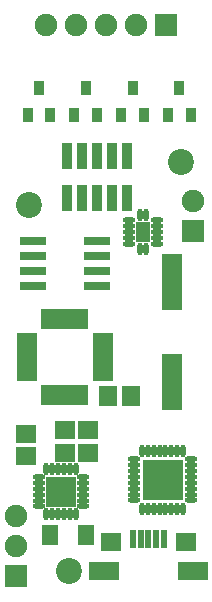
<source format=gts>
G04 DipTrace 2.4.0.2*
%INIoDriver15.gts*%
%MOIN*%
%ADD58C,0.0866*%
%ADD60R,0.0669X0.185*%
%ADD62R,0.0984X0.0591*%
%ADD64R,0.0709X0.063*%
%ADD66R,0.0236X0.061*%
%ADD68R,0.1043X0.1043*%
%ADD70R,0.0512X0.0709*%
%ADD72R,0.0866X0.0315*%
%ADD74R,0.1358X0.1358*%
%ADD76O,0.0413X0.0197*%
%ADD78O,0.0197X0.0413*%
%ADD80R,0.0197X0.0709*%
%ADD82R,0.0709X0.0197*%
%ADD86R,0.0335X0.0492*%
%ADD90R,0.0551X0.0709*%
%ADD92C,0.0748*%
%ADD94R,0.0748X0.0748*%
%ADD96R,0.0378X0.0886*%
%ADD98R,0.0591X0.0669*%
%ADD100R,0.0669X0.0591*%
%FSLAX44Y44*%
G04*
G70*
G90*
G75*
G01*
%LNTopMask*%
%LPD*%
D98*
X8250Y10437D3*
X7501D3*
D100*
X6812Y9312D3*
Y8564D3*
D96*
X8125Y18437D3*
X7625D3*
X7125D3*
X6625D3*
X6125D3*
Y17039D3*
X6625D3*
X7125D3*
X7625D3*
X8125D3*
D94*
X9437Y22812D3*
D92*
X8437D3*
X7437D3*
X6437D3*
X5437D3*
D94*
X10312Y15937D3*
D92*
Y16937D3*
D94*
X4437Y4437D3*
D92*
Y5437D3*
Y6437D3*
D90*
X6750Y5812D3*
X5568D3*
D86*
X7937Y19812D3*
X8685D3*
X8311Y20718D3*
X6375Y19812D3*
X7123D3*
X6749Y20718D3*
X4812Y19812D3*
X5560D3*
X5186Y20718D3*
X9500Y19812D3*
X10248D3*
X9874Y20718D3*
D100*
X6063Y9311D3*
Y8563D3*
X4749Y9185D3*
Y8437D3*
D82*
X7312Y11062D3*
Y11259D3*
Y11456D3*
Y11653D3*
Y11849D3*
Y12046D3*
Y12243D3*
Y12440D3*
D80*
X6741Y13011D3*
X6544D3*
X6347D3*
X6151D3*
X5954D3*
X5757D3*
X5560D3*
X5363D3*
D82*
X4792Y12440D3*
Y12243D3*
Y12046D3*
Y11849D3*
Y11653D3*
Y11456D3*
Y11259D3*
Y11062D3*
D80*
X5363Y10491D3*
X5560D3*
X5757D3*
X5954D3*
X6151D3*
X6347D3*
X6544D3*
X6741D3*
D78*
X10000Y8625D3*
X9803D3*
X9606D3*
X9409D3*
X9212D3*
X9015D3*
X8818D3*
X8622D3*
D76*
X8346Y8349D3*
Y8152D3*
Y7955D3*
Y7758D3*
Y7562D3*
Y7365D3*
Y7168D3*
Y6971D3*
D78*
X8622Y6695D3*
X8818D3*
X9015D3*
X9212D3*
X9409D3*
X9606D3*
X9803D3*
X10000D3*
D76*
X10275Y6971D3*
Y7168D3*
Y7365D3*
Y7562D3*
Y7758D3*
Y7955D3*
Y8152D3*
Y8349D3*
D74*
X9311Y7660D3*
D72*
X7125Y14125D3*
Y14625D3*
Y15125D3*
Y15625D3*
X4999D3*
Y15125D3*
Y14625D3*
Y14125D3*
D76*
X8187Y16312D3*
Y16115D3*
Y15918D3*
Y15721D3*
Y15525D3*
D78*
X8561Y15367D3*
X8758D3*
D76*
X9132Y15525D3*
Y15721D3*
Y15918D3*
Y16115D3*
Y16312D3*
D78*
X8758Y16469D3*
X8561D3*
D70*
X8659Y15918D3*
D78*
X6418Y8009D3*
X6221D3*
X6025D3*
X5828D3*
X5631D3*
X5434D3*
D76*
X5178Y7753D3*
Y7557D3*
Y7360D3*
Y7163D3*
Y6966D3*
Y6769D3*
D78*
X5434Y6513D3*
X5631D3*
X5828D3*
X6025D3*
X6221D3*
X6418D3*
D76*
X6674Y6769D3*
Y6966D3*
Y7163D3*
Y7360D3*
Y7557D3*
Y7753D3*
D68*
X5926Y7261D3*
D66*
X8328Y5687D3*
X8584D3*
X8840D3*
X9095D3*
X9351D3*
D64*
X7580Y5598D3*
X10099D3*
D62*
X7363Y4633D3*
X10316D3*
D60*
X9625Y14250D3*
Y10903D3*
D58*
X9937Y18250D3*
X4875Y16812D3*
X6187Y4625D3*
M02*

</source>
